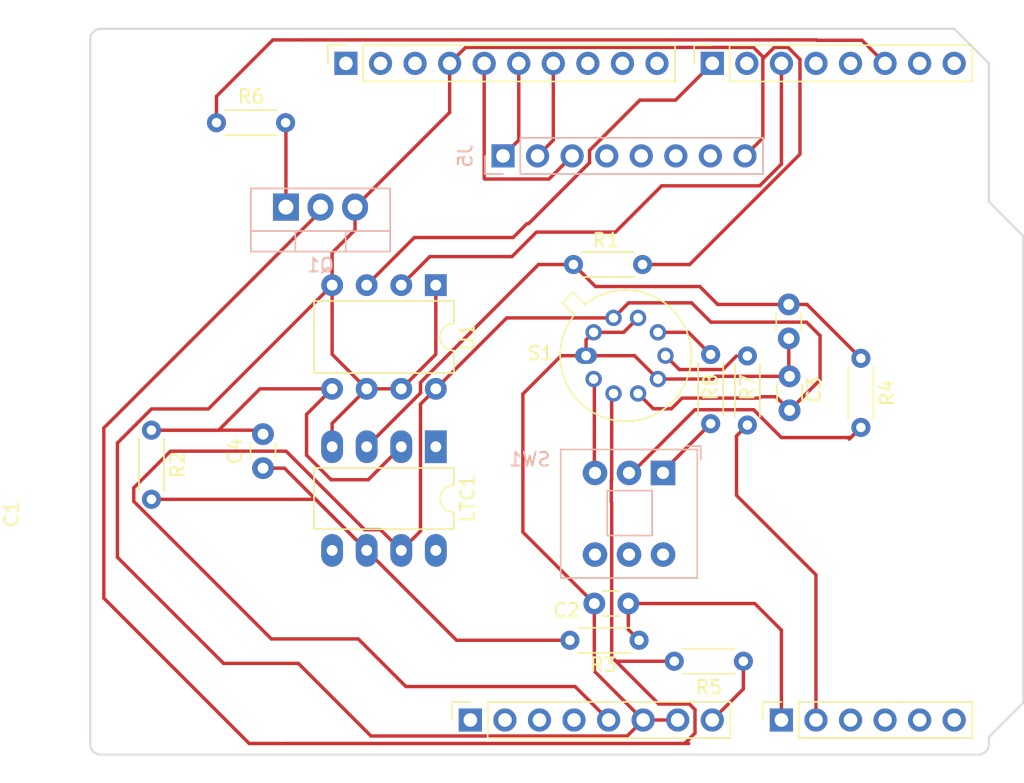
<source format=kicad_pcb>
(kicad_pcb (version 20221018) (generator pcbnew)
  (title_block (date "mar. 31 mars 2015"))
  (layers (0 "F.Cu" signal) (31 "B.Cu" signal) (34 "B.Paste" user) (35 "F.Paste" user) (36 "B.SilkS" user "B.Silkscreen") (37 "F.SilkS" user "F.Silkscreen") (38 "B.Mask" user) (39 "F.Mask" user) (44 "Edge.Cuts" user))
  (net 0 "")
  (net 1 "GND")
  (net 3 "+5V")
  (net 4 "/IOREF")
  (net 5 "ADC")
  (net 6 "/8")
  (net 7 "Net-(LTC1-+input)")
  (net 8 "12V")
  (net 9 "/*10")
  (net 10 "/*9")
  (net 11 "/4")
  (net 12 "rst")
  (net 13 "/*6")
  (net 14 "Net-(LTC1-vOut)")
  (net 15 "/TX{slash}1")
  (net 16 "/*3")
  (net 17 "/RX{slash}0")
  (net 18 "+3V3")
  (net 19 "tx")
  (net 20 "/~{RESET}")
  (net 21 "rx")
  (net 22 "TempSensor")
  (net 23 "gas_choic_ctrl")
  (net 24 "RVar")
  (net 25 "MOSI")
  (net 26 "SCK")
  (net 29 "+3.3V")
  (net 31 "Net-(Q1-G)")
  (net 32 "Net-(SW1-B)")
  (net 33 "+12V")
  (net 34 "GasSensor2")
  (net 35 "GasSensor1")
  (net 43 "Net-(R7-Pad2)")
  (net 44 "Net-(R8-Pad2)")
  (footprint "Connector_PinSocket_2.54mm:PinSocket_1x08_P2.54mm_Vertical" (layer "F.Cu") (at 127.94 97.46 90)
    (fp_text reference "J1" hide)
    (fp_text value "Power")
    (fp_line (start -1.33 1.27) (end -1.33 19.11) (stroke (width 0.12)) (layer "F.SilkS"))
    (fp_line (start -1.33 1.27) (end 1.33 1.27) (stroke (width 0.12)) (layer "F.SilkS"))
    (fp_line (start -1.33 19.11) (end 1.33 19.11) (stroke (width 0.12)) (layer "F.SilkS"))
    (fp_line (start 0 -1.33) (end 1.33 -1.33) (stroke (width 0.12)) (layer "F.SilkS"))
    (fp_line (start 1.33 -1.33) (end 1.33 0) (stroke (width 0.12)) (layer "F.SilkS"))
    (fp_line (start 1.33 1.27) (end 1.33 19.11) (stroke (width 0.12)) (layer "F.SilkS"))
    (pad "1" thru_hole rect (at 0 0 90) (size 1.7 1.7) (drill 1) (layers "*.Cu" "*.Mask"))
    (pad "2" thru_hole oval (at 0 2.54 90) (size 1.7 1.7) (drill 1) (layers "*.Cu" "*.Mask") (net 4 "/IOREF"))
    (pad "3" thru_hole oval (at 0 5.08 90) (size 1.7 1.7) (drill 1) (layers "*.Cu" "*.Mask") (net 20 "/~{RESET}"))
    (pad "4" thru_hole oval (at 0 7.62 90) (size 1.7 1.7) (drill 1) (layers "*.Cu" "*.Mask") (net 18 "+3V3"))
    (pad "5" thru_hole oval (at 0 10.16 90) (size 1.7 1.7) (drill 1) (layers "*.Cu" "*.Mask") (net 3 "+5V"))
    (pad "6" thru_hole oval (at 0 12.7 90) (size 1.7 1.7) (drill 1) (layers "*.Cu" "*.Mask") (net 1 "GND"))
    (pad "7" thru_hole oval (at 0 15.24 90) (size 1.7 1.7) (drill 1) (layers "*.Cu" "*.Mask") (net 1 "GND"))
    (pad "8" thru_hole oval (at 0 17.78 90) (size 1.7 1.7) (drill 1) (layers "*.Cu" "*.Mask") (net 33 "+12V"))
  )
  (footprint "Connector_PinSocket_2.54mm:PinSocket_1x06_P2.54mm_Vertical" (layer "F.Cu") (at 150.8 97.46 90)
    (fp_text reference "J3" hide)
    (fp_text value "Analog")
    (fp_line (start -1.33 1.27) (end -1.33 14.03) (stroke (width 0.12)) (layer "F.SilkS"))
    (fp_line (start -1.33 1.27) (end 1.33 1.27) (stroke (width 0.12)) (layer "F.SilkS"))
    (fp_line (start -1.33 14.03) (end 1.33 14.03) (stroke (width 0.12)) (layer "F.SilkS"))
    (fp_line (start 0 -1.33) (end 1.33 -1.33) (stroke (width 0.12)) (layer "F.SilkS"))
    (fp_line (start 1.33 -1.33) (end 1.33 0) (stroke (width 0.12)) (layer "F.SilkS"))
    (fp_line (start 1.33 1.27) (end 1.33 14.03) (stroke (width 0.12)) (layer "F.SilkS"))
    (pad "1" thru_hole rect (at 0 0 90) (size 1.7 1.7) (drill 1) (layers "*.Cu" "*.Mask") (net 5 "ADC"))
    (pad "2" thru_hole oval (at 0 2.54 90) (size 1.7 1.7) (drill 1) (layers "*.Cu" "*.Mask") (net 22 "TempSensor"))
    (pad "3" thru_hole oval (at 0 5.08 90) (size 1.7 1.7) (drill 1) (layers "*.Cu" "*.Mask"))
    (pad "4" thru_hole oval (at 0 7.62 90) (size 1.7 1.7) (drill 1) (layers "*.Cu" "*.Mask"))
    (pad "5" thru_hole oval (at 0 10.16 90) (size 1.7 1.7) (drill 1) (layers "*.Cu" "*.Mask"))
    (pad "6" thru_hole oval (at 0 12.7 90) (size 1.7 1.7) (drill 1) (layers "*.Cu" "*.Mask"))
  )
  (footprint "Connector_PinSocket_2.54mm:PinSocket_1x10_P2.54mm_Vertical" (layer "F.Cu") (at 118.796 49.2 90)
    (fp_text reference "J2" hide)
    (fp_text value "Digital/PWM")
    (fp_line (start -1.33 1.27) (end -1.33 24.19) (stroke (width 0.12)) (layer "F.SilkS"))
    (fp_line (start -1.33 1.27) (end 1.33 1.27) (stroke (width 0.12)) (layer "F.SilkS"))
    (fp_line (start -1.33 24.19) (end 1.33 24.19) (stroke (width 0.12)) (layer "F.SilkS"))
    (fp_line (start 0 -1.33) (end 1.33 -1.33) (stroke (width 0.12)) (layer "F.SilkS"))
    (fp_line (start 1.33 -1.33) (end 1.33 0) (stroke (width 0.12)) (layer "F.SilkS"))
    (fp_line (start 1.33 1.27) (end 1.33 24.19) (stroke (width 0.12)) (layer "F.SilkS"))
    (pad "1" thru_hole rect (at 0 0 90) (size 1.7 1.7) (drill 1) (layers "*.Cu" "*.Mask"))
    (pad "2" thru_hole oval (at 0 2.54 90) (size 1.7 1.7) (drill 1) (layers "*.Cu" "*.Mask"))
    (pad "3" thru_hole oval (at 0 5.08 90) (size 1.7 1.7) (drill 1) (layers "*.Cu" "*.Mask"))
    (pad "4" thru_hole oval (at 0 7.62 90) (size 1.7 1.7) (drill 1) (layers "*.Cu" "*.Mask") (net 1 "GND"))
    (pad "5" thru_hole oval (at 0 10.16 90) (size 1.7 1.7) (drill 1) (layers "*.Cu" "*.Mask") (net 12 "rst"))
    (pad "6" thru_hole oval (at 0 12.7 90) (size 1.7 1.7) (drill 1) (layers "*.Cu" "*.Mask") (net 19 "tx"))
    (pad "7" thru_hole oval (at 0 15.24 90) (size 1.7 1.7) (drill 1) (layers "*.Cu" "*.Mask") (net 21 "rx"))
    (pad "8" thru_hole oval (at 0 17.78 90) (size 1.7 1.7) (drill 1) (layers "*.Cu" "*.Mask") (net 9 "/*10"))
    (pad "9" thru_hole oval (at 0 20.32 90) (size 1.7 1.7) (drill 1) (layers "*.Cu" "*.Mask") (net 10 "/*9"))
    (pad "10" thru_hole oval (at 0 22.86 90) (size 1.7 1.7) (drill 1) (layers "*.Cu" "*.Mask") (net 6 "/8"))
  )
  (footprint "Connector_PinSocket_2.54mm:PinSocket_1x08_P2.54mm_Vertical" (layer "F.Cu") (at 145.72 49.2 90)
    (fp_text reference "J4" hide)
    (fp_text value "Digital/PWM")
    (fp_line (start -1.33 1.27) (end -1.33 19.11) (stroke (width 0.12)) (layer "F.SilkS"))
    (fp_line (start -1.33 1.27) (end 1.33 1.27) (stroke (width 0.12)) (layer "F.SilkS"))
    (fp_line (start -1.33 19.11) (end 1.33 19.11) (stroke (width 0.12)) (layer "F.SilkS"))
    (fp_line (start 0 -1.33) (end 1.33 -1.33) (stroke (width 0.12)) (layer "F.SilkS"))
    (fp_line (start 1.33 -1.33) (end 1.33 0) (stroke (width 0.12)) (layer "F.SilkS"))
    (fp_line (start 1.33 1.27) (end 1.33 19.11) (stroke (width 0.12)) (layer "F.SilkS"))
    (pad "1" thru_hole rect (at 0 0 90) (size 1.7 1.7) (drill 1) (layers "*.Cu" "*.Mask") (net 25 "MOSI"))
    (pad "2" thru_hole oval (at 0 2.54 90) (size 1.7 1.7) (drill 1) (layers "*.Cu" "*.Mask") (net 13 "/*6"))
    (pad "3" thru_hole oval (at 0 5.08 90) (size 1.7 1.7) (drill 1) (layers "*.Cu" "*.Mask") (net 26 "SCK"))
    (pad "4" thru_hole oval (at 0 7.62 90) (size 1.7 1.7) (drill 1) (layers "*.Cu" "*.Mask") (net 11 "/4"))
    (pad "5" thru_hole oval (at 0 10.16 90) (size 1.7 1.7) (drill 1) (layers "*.Cu" "*.Mask") (net 16 "/*3"))
    (pad "6" thru_hole oval (at 0 12.7 90) (size 1.7 1.7) (drill 1) (layers "*.Cu" "*.Mask") (net 23 "gas_choic_ctrl"))
    (pad "7" thru_hole oval (at 0 15.24 90) (size 1.7 1.7) (drill 1) (layers "*.Cu" "*.Mask") (net 15 "/TX{slash}1"))
    (pad "8" thru_hole oval (at 0 17.78 90) (size 1.7 1.7) (drill 1) (layers "*.Cu" "*.Mask") (net 17 "/RX{slash}0"))
  )
  (footprint "Resistor_THT:R_Axial_DIN0204_L3.6mm_D1.6mm_P5.08mm_Horizontal" (layer "F.Cu") (at 140.59733 63.983667 180)
    (fp_text reference "R1" (at 2.69733 1.783667) (layer "F.SilkS"))
    (fp_text value "100k")
    (fp_line (start 0.62 -0.92) (end 4.46 -0.92) (stroke (width 0.12)) (layer "F.SilkS"))
    (fp_line (start 0.62 0.92) (end 4.46 0.92) (stroke (width 0.12)) (layer "F.SilkS"))
    (pad "1" thru_hole circle (at 0 0 180) (size 1.4 1.4) (drill 0.7) (layers "*.Cu" "*.Mask") (net 1 "GND"))
    (pad "2" thru_hole oval (at 5.08 0 180) (size 1.4 1.4) (drill 0.7) (layers "*.Cu" "*.Mask") (net 7 "Net-(LTC1-+input)"))
  )
  (footprint "Package_DIP:DIP-8_W7.62mm" (layer "F.Cu") (at 125.4 65.5 -90)
    (fp_text reference "U1" (at 3.81 -2.33 90) (layer "F.SilkS"))
    (fp_text value "MCP41100")
    (fp_line (start 1.16 -1.33) (end 1.16 8.95) (stroke (width 0.12)) (layer "F.SilkS"))
    (fp_line (start 1.16 8.95) (end 6.46 8.95) (stroke (width 0.12)) (layer "F.SilkS"))
    (fp_line (start 2.81 -1.33) (end 1.16 -1.33) (stroke (width 0.12)) (layer "F.SilkS"))
    (fp_line (start 6.46 -1.33) (end 4.81 -1.33) (stroke (width 0.12)) (layer "F.SilkS"))
    (fp_line (start 6.46 8.95) (end 6.46 -1.33) (stroke (width 0.12)) (layer "F.SilkS"))
    (fp_arc (start 4.81 -1.33) (mid 3.81 -0.33) (end 2.81 -1.33) (stroke (width 0.12)) (layer "F.SilkS"))
    (pad "1" thru_hole rect (at 0 0 270) (size 1.6 1.6) (drill 0.8) (layers "*.Cu" "*.Mask") (net 1 "GND"))
    (pad "2" thru_hole oval (at 0 2.54 270) (size 1.6 1.6) (drill 0.8) (layers "*.Cu" "*.Mask") (net 26 "SCK"))
    (pad "3" thru_hole oval (at 0 5.08 270) (size 1.6 1.6) (drill 0.8) (layers "*.Cu" "*.Mask") (net 25 "MOSI"))
    (pad "4" thru_hole oval (at 0 7.62 270) (size 1.6 1.6) (drill 0.8) (layers "*.Cu" "*.Mask") (net 1 "GND"))
    (pad "5" thru_hole oval (at 7.62 7.62 270) (size 1.6 1.6) (drill 0.8) (layers "*.Cu" "*.Mask") (net 24 "RVar"))
    (pad "6" thru_hole oval (at 7.62 5.08 270) (size 1.6 1.6) (drill 0.8) (layers "*.Cu" "*.Mask") (net 1 "GND"))
    (pad "7" thru_hole oval (at 7.62 2.54 270) (size 1.6 1.6) (drill 0.8) (layers "*.Cu" "*.Mask") (net 1 "GND"))
    (pad "8" thru_hole oval (at 7.62 0 270) (size 1.6 1.6) (drill 0.8) (layers "*.Cu" "*.Mask") (net 3 "+5V"))
  )
  (footprint "Resistor_THT:R_Axial_DIN0204_L3.6mm_D1.6mm_P5.08mm_Horizontal" (layer "F.Cu") (at 156.64267 70.876333 -90)
    (fp_text reference "R4" (at 2.54 -1.92 90) (layer "F.SilkS"))
    (fp_text value "10k")
    (fp_line (start 0.62 -0.92) (end 4.46 -0.92) (stroke (width 0.12)) (layer "F.SilkS"))
    (fp_line (start 0.62 0.92) (end 4.46 0.92) (stroke (width 0.12)) (layer "F.SilkS"))
    (pad "1" thru_hole circle (at 0 0 270) (size 1.4 1.4) (drill 0.7) (layers "*.Cu" "*.Mask") (net 7 "Net-(LTC1-+input)"))
    (pad "2" thru_hole oval (at 5.08 0 270) (size 1.4 1.4) (drill 0.7) (layers "*.Cu" "*.Mask") (net 32 "Net-(SW1-B)"))
  )
  (footprint "Capacitor_THT:C_Disc_D3.0mm_W1.6mm_P2.50mm" (layer "F.Cu") (at 151.4 74.7 90)
    (fp_text reference "C3" (at 1.5 1.8 90) (layer "F.SilkS"))
    (fp_text value "100n")
    (fp_line (start 0.621 -0.92) (end 1.879 -0.92) (stroke (width 0.12)) (layer "F.SilkS"))
    (fp_line (start 0.621 0.92) (end 1.879 0.92) (stroke (width 0.12)) (layer "F.SilkS"))
    (pad "1" thru_hole circle (at 0 0 90) (size 1.6 1.6) (drill 0.8) (layers "*.Cu" "*.Mask") (net 3 "+5V"))
    (pad "2" thru_hole circle (at 2.5 0 90) (size 1.6 1.6) (drill 0.8) (layers "*.Cu" "*.Mask") (net 1 "GND"))
  )
  (footprint "Resistor_THT:R_Axial_DIN0204_L3.6mm_D1.6mm_P5.08mm_Horizontal" (layer "F.Cu") (at 148.006 93.142 180)
    (fp_text reference "R5" (at 2.54 -1.92) (layer "F.SilkS"))
    (fp_text value "10k")
    (fp_line (start 0.62 -0.92) (end 4.46 -0.92) (stroke (width 0.12)) (layer "F.SilkS"))
    (fp_line (start 0.62 0.92) (end 4.46 0.92) (stroke (width 0.12)) (layer "F.SilkS"))
    (pad "1" thru_hole circle (at 0 0 180) (size 1.4 1.4) (drill 0.7) (layers "*.Cu" "*.Mask") (net 33 "+12V"))
    (pad "2" thru_hole oval (at 5.08 0 180) (size 1.4 1.4) (drill 0.7) (layers "*.Cu" "*.Mask") (net 8 "12V"))
  )
  (footprint "Resistor_THT:R_Axial_DIN0204_L3.6mm_D1.6mm_P5.08mm_Horizontal" (layer "F.Cu") (at 148.3 75.78 90)
    (fp_text reference "R7" (at 2.78 0 90) (layer "F.SilkS"))
    (fp_text value "0")
    (fp_line (start 0.62 -0.92) (end 4.46 -0.92) (stroke (width 0.12)) (layer "F.SilkS"))
    (fp_line (start 0.62 0.92) (end 4.46 0.92) (stroke (width 0.12)) (layer "F.SilkS"))
    (pad "1" thru_hole circle (at 0 0 90) (size 1.4 1.4) (drill 0.7) (layers "*.Cu" "*.Mask") (net 22 "TempSensor"))
    (pad "2" thru_hole oval (at 5.08 0 90) (size 1.4 1.4) (drill 0.7) (layers "*.Cu" "*.Mask") (net 43 "Net-(R7-Pad2)"))
  )
  (footprint "Resistor_THT:R_Axial_DIN0204_L3.6mm_D1.6mm_P5.08mm_Horizontal" (layer "F.Cu") (at 135.26 91.6)
    (fp_text reference "R3" (at 2.44 1.8) (layer "F.SilkS"))
    (fp_text value "1k")
    (fp_line (start 0.62 -0.92) (end 4.46 -0.92) (stroke (width 0.12)) (layer "F.SilkS"))
    (fp_line (start 0.62 0.92) (end 4.46 0.92) (stroke (width 0.12)) (layer "F.SilkS"))
    (pad "1" thru_hole circle (at 0 0) (size 1.4 1.4) (drill 0.7) (layers "*.Cu" "*.Mask") (net 14 "Net-(LTC1-vOut)"))
    (pad "2" thru_hole oval (at 5.08 0) (size 1.4 1.4) (drill 0.7) (layers "*.Cu" "*.Mask") (net 5 "ADC"))
  )
  (footprint "Arduino_MountingHole:MountingHole_3.2mm" (layer "F.Cu") (at 115.24 49.2)
    (fp_text reference "MH1" hide)
    (fp_text value "MountingHole_3.2mm" hide)
    (pad "" np_thru_hole circle (at 0 0) (size 3.2 3.2) (drill 3.2) (layers "*.Cu" "*.Mask"))
  )
  (footprint "Package_DIP:DIP-8_W7.62mm_LongPads" (layer "F.Cu") (at 125.4 77.375 -90)
    (fp_text reference "LTC1" (at 3.81 -2.33 90) (layer "F.SilkS"))
    (fp_text value "~")
    (fp_line (start 1.56 -1.33) (end 1.56 8.95) (stroke (width 0.12)) (layer "F.SilkS"))
    (fp_line (start 1.56 8.95) (end 6.06 8.95) (stroke (width 0.12)) (layer "F.SilkS"))
    (fp_line (start 2.81 -1.33) (end 1.56 -1.33) (stroke (width 0.12)) (layer "F.SilkS"))
    (fp_line (start 6.06 -1.33) (end 4.81 -1.33) (stroke (width 0.12)) (layer "F.SilkS"))
    (fp_line (start 6.06 8.95) (end 6.06 -1.33) (stroke (width 0.12)) (layer "F.SilkS"))
    (fp_arc (start 4.81 -1.33) (mid 3.81 -0.33) (end 2.81 -1.33) (stroke (width 0.12)) (layer "F.SilkS"))
    (pad "1" thru_hole rect (at 0 0 270) (size 2.4 1.6) (drill 0.8) (layers "*.Cu" "*.Mask"))
    (pad "2" thru_hole oval (at 0 2.54 270) (size 2.4 1.6) (drill 0.8) (layers "*.Cu" "*.Mask") (net 24 "RVar"))
    (pad "3" thru_hole oval (at 0 5.08 270) (size 2.4 1.6) (drill 0.8) (layers "*.Cu" "*.Mask") (net 7 "Net-(LTC1-+input)"))
    (pad "4" thru_hole oval (at 0 7.62 270) (size 2.4 1.6) (drill 0.8) (layers "*.Cu" "*.Mask") (net 1 "GND"))
    (pad "5" thru_hole oval (at 7.62 7.62 270) (size 2.4 1.6) (drill 0.8) (layers "*.Cu" "*.Mask"))
    (pad "6" thru_hole oval (at 7.62 5.08 270) (size 2.4 1.6) (drill 0.8) (layers "*.Cu" "*.Mask") (net 14 "Net-(LTC1-vOut)"))
    (pad "7" thru_hole oval (at 7.62 2.54 270) (size 2.4 1.6) (drill 0.8) (layers "*.Cu" "*.Mask") (net 3 "+5V"))
    (pad "8" thru_hole oval (at 7.62 0 270) (size 2.4 1.6) (drill 0.8) (layers "*.Cu" "*.Mask"))
  )
  (footprint "Package_TO_SOT_THT:TO-5-10_Window" (layer "F.Cu") (at 136.44233 70.683667)
    (fp_text reference "S1" (at -3.34233 -0.183667) (layer "F.SilkS"))
    (fp_text value "~")
    (fp_line (start -1.745856 -3.888039) (end -0.854902 -2.997084) (stroke (width 0.12)) (layer "F.SilkS"))
    (fp_line (start -0.968039 -4.665856) (end -1.745856 -3.888039) (stroke (width 0.12)) (layer "F.SilkS"))
    (fp_line (start -0.077084 -3.774902) (end -0.968039 -4.665856) (stroke (width 0.12)) (layer "F.SilkS"))
    (fp_arc (start -0.077084 -3.774902) (mid 6.328125 3.408384) (end -0.854674 -2.997371) (stroke (width 0.12)) (layer "F.SilkS"))
    (pad "1" thru_hole oval (at 0 0) (size 1.6 1.2) (drill 0.7) (layers "*.Cu" "*.Mask") (net 1 "GND"))
    (pad "2" thru_hole oval (at 0.55767 1.716333) (size 1.2 1.2) (drill 0.7) (layers "*.Cu" "*.Mask") (net 34 "GasSensor2"))
    (pad "3" thru_hole oval (at 2.01767 2.777085) (size 1.2 1.2) (drill 0.7) (layers "*.Cu" "*.Mask") (net 8 "12V"))
    (pad "4" thru_hole oval (at 3.82233 2.777085) (size 1.2 1.2) (drill 0.7) (layers "*.Cu" "*.Mask") (net 3 "+5V"))
    (pad "5" thru_hole oval (at 5.28233 1.716333) (size 1.2 1.2) (drill 0.7) (layers "*.Cu" "*.Mask") (net 1 "GND"))
    (pad "6" thru_hole oval (at 5.84 0) (size 1.2 1.2) (drill 0.7) (layers "*.Cu" "*.Mask") (net 43 "Net-(R7-Pad2)"))
    (pad "7" thru_hole oval (at 5.28233 -1.716333) (size 1.2 1.2) (drill 0.7) (layers "*.Cu" "*.Mask") (net 44 "Net-(R8-Pad2)"))
    (pad "8" thru_hole oval (at 3.82233 -2.777085) (size 1.2 1.2) (drill 0.7) (layers "*.Cu" "*.Mask") (net 1 "GND"))
    (pad "9" thru_hole oval (at 2.01767 -2.777085) (size 1.2 1.2) (drill 0.7) (layers "*.Cu" "*.Mask") (net 3 "+5V"))
    (pad "10" thru_hole oval (at 0.55767 -1.716333) (size 1.2 1.2) (drill 0.7) (layers "*.Cu" "*.Mask") (net 1 "GND"))
  )
  (footprint "Resistor_THT:R_Axial_DIN0204_L3.6mm_D1.6mm_P5.08mm_Horizontal" (layer "F.Cu") (at 109.28 53.56)
    (fp_text reference "R6" (at 2.54 -1.92) (layer "F.SilkS"))
    (fp_text value "1k")
    (fp_line (start 0.62 -0.92) (end 4.46 -0.92) (stroke (width 0.12)) (layer "F.SilkS"))
    (fp_line (start 0.62 0.92) (end 4.46 0.92) (stroke (width 0.12)) (layer "F.SilkS"))
    (pad "1" thru_hole circle (at 0 0) (size 1.4 1.4) (drill 0.7) (layers "*.Cu" "*.Mask") (net 23 "gas_choic_ctrl"))
    (pad "2" thru_hole oval (at 5.08 0) (size 1.4 1.4) (drill 0.7) (layers "*.Cu" "*.Mask") (net 31 "Net-(Q1-G)"))
  )
  (footprint "Capacitor_THT:C_Disc_D3.0mm_W1.6mm_P2.50mm" (layer "F.Cu") (at 112.7 78.95 90)
    (fp_text reference "C4" (at 1.25 -2.05 90) (layer "F.SilkS"))
    (fp_text value "1u")
    (fp_line (start 0.621 -0.92) (end 1.879 -0.92) (stroke (width 0.12)) (layer "F.SilkS"))
    (fp_line (start 0.621 0.92) (end 1.879 0.92) (stroke (width 0.12)) (layer "F.SilkS"))
    (pad "1" thru_hole circle (at 0 0 90) (size 1.6 1.6) (drill 0.8) (layers "*.Cu" "*.Mask") (net 14 "Net-(LTC1-vOut)"))
    (pad "2" thru_hole circle (at 2.5 0 90) (size 1.6 1.6) (drill 0.8) (layers "*.Cu" "*.Mask") (net 24 "RVar"))
  )
  (footprint "Capacitor_THT:C_Disc_D3.0mm_W1.6mm_P2.50mm" (layer "F.Cu") (at 151.34267 66.916333 -90)
    (fp_text reference "C1" (at 15.41 57.125 90) (layer "F.SilkS"))
    (fp_text value "100n")
    (fp_line (start 0.621 -0.92) (end 1.879 -0.92) (stroke (width 0.12)) (layer "F.SilkS"))
    (fp_line (start 0.621 0.92) (end 1.879 0.92) (stroke (width 0.12)) (layer "F.SilkS"))
    (pad "1" thru_hole circle (at 0 0 270) (size 1.6 1.6) (drill 0.8) (layers "*.Cu" "*.Mask") (net 7 "Net-(LTC1-+input)"))
    (pad "2" thru_hole circle (at 2.5 0 270) (size 1.6 1.6) (drill 0.8) (layers "*.Cu" "*.Mask") (net 1 "GND"))
  )
  (footprint "Resistor_THT:R_Axial_DIN0204_L3.6mm_D1.6mm_P5.08mm_Horizontal" (layer "F.Cu") (at 104.5 76.16 -90)
    (fp_text reference "R2" (at 2.54 -1.92 90) (layer "F.SilkS"))
    (fp_text value "100k")
    (fp_line (start 0.62 -0.92) (end 4.46 -0.92) (stroke (width 0.12)) (layer "F.SilkS"))
    (fp_line (start 0.62 0.92) (end 4.46 0.92) (stroke (width 0.12)) (layer "F.SilkS"))
    (pad "1" thru_hole circle (at 0 0 270) (size 1.4 1.4) (drill 0.7) (layers "*.Cu" "*.Mask") (net 24 "RVar"))
    (pad "2" thru_hole oval (at 5.08 0 270) (size 1.4 1.4) (drill 0.7) (layers "*.Cu" "*.Mask") (net 14 "Net-(LTC1-vOut)"))
  )
  (footprint "Capacitor_THT:C_Disc_D3.0mm_W1.6mm_P2.50mm" (layer "F.Cu") (at 139.55 88.9 180)
    (fp_text reference "C2" (at 4.55 -0.5) (layer "F.SilkS"))
    (fp_text value "100n")
    (fp_line (start 0.621 -0.92) (end 1.879 -0.92) (stroke (width 0.12)) (layer "F.SilkS"))
    (fp_line (start 0.621 0.92) (end 1.879 0.92) (stroke (width 0.12)) (layer "F.SilkS"))
    (pad "1" thru_hole circle (at 0 0 180) (size 1.6 1.6) (drill 0.8) (layers "*.Cu" "*.Mask") (net 5 "ADC"))
    (pad "2" thru_hole circle (at 2.5 0 180) (size 1.6 1.6) (drill 0.8) (layers "*.Cu" "*.Mask") (net 1 "GND"))
  )
  (footprint "Arduino_MountingHole:MountingHole_3.2mm" (layer "F.Cu") (at 113.97 97.46)
    (fp_text reference "MH2" hide)
    (fp_text value "MountingHole_3.2mm" hide)
    (pad "" np_thru_hole circle (at 0 0) (size 3.2 3.2) (drill 3.2) (layers "*.Cu" "*.Mask"))
  )
  (footprint "Arduino_MountingHole:MountingHole_3.2mm" (layer "F.Cu") (at 166.04 64.44)
    (fp_text reference "MH3" hide)
    (fp_text value "MountingHole_3.2mm" hide)
    (pad "" np_thru_hole circle (at 0 0) (size 3.2 3.2) (drill 3.2) (layers "*.Cu" "*.Mask"))
  )
  (footprint "Resistor_THT:R_Axial_DIN0204_L3.6mm_D1.6mm_P5.08mm_Horizontal" (layer "F.Cu") (at 145.6 75.68 90)
    (fp_text reference "R8" (at 2.68 0 90) (layer "F.SilkS"))
    (fp_text value "0")
    (fp_line (start 0.62 -0.92) (end 4.46 -0.92) (stroke (width 0.12)) (layer "F.SilkS"))
    (fp_line (start 0.62 0.92) (end 4.46 0.92) (stroke (width 0.12)) (layer "F.SilkS"))
    (pad "1" thru_hole circle (at 0 0 90) (size 1.4 1.4) (drill 0.7) (layers "*.Cu" "*.Mask") (net 35 "GasSensor1"))
    (pad "2" thru_hole oval (at 5.08 0 90) (size 1.4 1.4) (drill 0.7) (layers "*.Cu" "*.Mask") (net 44 "Net-(R8-Pad2)"))
  )
  (footprint "Arduino_MountingHole:MountingHole_3.2mm" (layer "F.Cu") (at 166.04 92.38)
    (fp_text reference "MH4" hide)
    (fp_text value "MountingHole_3.2mm" hide)
    (pad "" np_thru_hole circle (at 0 0) (size 3.2 3.2) (drill 3.2) (layers "*.Cu" "*.Mask"))
  )
  (footprint "Connector_PinSocket_2.54mm:PinSocket_1x08_P2.54mm_Vertical" (layer "B.Cu") (at 130.34 56 -90)
    (fp_text reference "J5" (at 0 2.77 -270) (layer "B.SilkS") (effects (justify mirror)))
    (fp_text value "Conn_01x08")
    (fp_line (start -1.33 -19.11) (end 1.33 -19.11) (stroke (width 0.12)) (layer "B.SilkS"))
    (fp_line (start -1.33 -1.27) (end -1.33 -19.11) (stroke (width 0.12)) (layer "B.SilkS"))
    (fp_line (start -1.33 -1.27) (end 1.33 -1.27) (stroke (width 0.12)) (layer "B.SilkS"))
    (fp_line (start 0 1.33) (end 1.33 1.33) (stroke (width 0.12)) (layer "B.SilkS"))
    (fp_line (start 1.33 -1.27) (end 1.33 -19.11) (stroke (width 0.12)) (layer "B.SilkS"))
    (fp_line (start 1.33 1.33) (end 1.33 0) (stroke (width 0.12)) (layer "B.SilkS"))
    (pad "1" thru_hole rect (at 0 0 270) (size 1.7 1.7) (drill 1) (layers "*.Cu" "*.Mask") (net 19 "tx"))
    (pad "2" thru_hole oval (at 0 -2.54 270) (size 1.7 1.7) (drill 1) (layers "*.Cu" "*.Mask") (net 21 "rx"))
    (pad "3" thru_hole oval (at 0 -5.08 270) (size 1.7 1.7) (drill 1) (layers "*.Cu" "*.Mask") (net 12 "rst"))
    (pad "4" thru_hole oval (at 0 -7.62 270) (size 1.7 1.7) (drill 1) (layers "*.Cu" "*.Mask"))
    (pad "5" thru_hole oval (at 0 -10.16 270) (size 1.7 1.7) (drill 1) (layers "*.Cu" "*.Mask"))
    (pad "6" thru_hole oval (at 0 -12.7 270) (size 1.7 1.7) (drill 1) (layers "*.Cu" "*.Mask") (net 29 "+3.3V"))
    (pad "7" thru_hole oval (at 0 -15.24 270) (size 1.7 1.7) (drill 1) (layers "*.Cu" "*.Mask"))
    (pad "8" thru_hole oval (at 0 -17.78 270) (size 1.7 1.7) (drill 1) (layers "*.Cu" "*.Mask") (net 1 "GND"))
  )
  (footprint "Package_TO_SOT_THT:TO-220-3_Vertical" (layer "B.Cu") (at 114.385 59.76)
    (fp_text reference "Q1" (at 2.54 4.27) (layer "B.SilkS") (effects (justify mirror)))
    (fp_text value "Q_NMOS_GSD")
    (fp_line (start -2.58 -1.371) (end 7.66 -1.371) (stroke (width 0.12)) (layer "B.SilkS"))
    (fp_line (start -2.58 1.76) (end 7.66 1.76) (stroke (width 0.12)) (layer "B.SilkS"))
    (fp_line (start -2.58 3.27) (end -2.58 -1.371) (stroke (width 0.12)) (layer "B.SilkS"))
    (fp_line (start -2.58 3.27) (end 7.66 3.27) (stroke (width 0.12)) (layer "B.SilkS"))
    (fp_line (start 0.69 3.27) (end 0.69 1.76) (stroke (width 0.12)) (layer "B.SilkS"))
    (fp_line (start 4.391 3.27) (end 4.391 1.76) (stroke (width 0.12)) (layer "B.SilkS"))
    (fp_line (start 7.66 3.27) (end 7.66 -1.371) (stroke (width 0.12)) (layer "B.SilkS"))
    (pad "1" thru_hole rect (at 0 0) (size 1.905 2) (drill 1.1) (layers "*.Cu" "*.Mask") (net 31 "Net-(Q1-G)"))
    (pad "2" thru_hole oval (at 2.54 0) (size 1.905 2) (drill 1.1) (layers "*.Cu" "*.Mask") (net 8 "12V"))
    (pad "3" thru_hole oval (at 5.08 0) (size 1.905 2) (drill 1.1) (layers "*.Cu" "*.Mask") (net 1 "GND"))
  )
  (footprint "Button_Switch_THT:SW_Push_2P2T_Toggle_CK_PVA2xxH2xxxxxxV2" (layer "B.Cu") (at 142.1 79.3 180)
    (fp_text reference "SW1" (at 9.8 1) (layer "B.SilkS") (effects (justify mirror)))
    (fp_text value "SW_SPDT")
    (fp_line (start -2.77 0.97) (end -2.77 1.97) (stroke (width 0.12)) (layer "B.SilkS"))
    (fp_line (start -2.52 -7.72) (end -2.52 1.72) (stroke (width 0.12)) (layer "B.SilkS"))
    (fp_line (start -1.77 1.97) (end -2.77 1.97) (stroke (width 0.12)) (layer "B.SilkS"))
    (fp_line (start 0.8 -1.3) (end 0.8 -4.6) (stroke (width 0.12)) (layer "B.SilkS"))
    (fp_line (start 4.1 -4.6) (end 0.8 -4.6) (stroke (width 0.12)) (layer "B.SilkS"))
    (fp_line (start 4.1 -1.3) (end 0.8 -1.3) (stroke (width 0.12)) (layer "B.SilkS"))
    (fp_line (start 4.1 -1.3) (end 4.1 -4.6) (stroke (width 0.12)) (layer "B.SilkS"))
    (fp_line (start 7.52 -7.72) (end -2.52 -7.72) (stroke (width 0.12)) (layer "B.SilkS"))
    (fp_line (start 7.52 -7.72) (end 7.52 1.72) (stroke (width 0.12)) (layer "B.SilkS"))
    (fp_line (start 7.52 1.72) (end -2.52 1.72) (stroke (width 0.12)) (layer "B.SilkS"))
    (pad "1" thru_hole rect (at 0 0 180) (size 1.8 1.8) (drill 0.9) (layers "*.Cu" "*.Mask") (net 35 "GasSensor1"))
    (pad "2" thru_hole circle (at 2.5 0 180) (size 1.8 1.8) (drill 0.9) (layers "*.Cu" "*.Mask") (net 32 "Net-(SW1-B)"))
    (pad "3" thru_hole circle (at 5 0 180) (size 1.8 1.8) (drill 0.9) (layers "*.Cu" "*.Mask") (net 34 "GasSensor2"))
    (pad "4" thru_hole circle (at 0 -6 180) (size 1.8 1.8) (drill 0.9) (layers "*.Cu" "*.Mask"))
    (pad "5" thru_hole circle (at 2.5 -6 180) (size 1.8 1.8) (drill 0.9) (layers "*.Cu" "*.Mask"))
    (pad "6" thru_hole circle (at 5 -6 180) (size 1.8 1.8) (drill 0.9) (layers "*.Cu" "*.Mask"))
  )
  (gr_line (start 166.04 59.36) (end 168.58 61.9) (stroke (width 0.15)) (layer "Edge.Cuts"))
  (gr_line (start 100 99.238) (end 100 47.422) (stroke (width 0.15)) (layer "Edge.Cuts"))
  (gr_line (start 168.58 61.9) (end 168.58 96.19) (stroke (width 0.15)) (layer "Edge.Cuts"))
  (gr_line (start 165.278 100) (end 100.762 100) (stroke (width 0.15)) (layer "Edge.Cuts"))
  (gr_line (start 100.762 46.66) (end 163.5 46.66) (stroke (width 0.15)) (layer "Edge.Cuts"))
  (gr_arc (start 100.762 100) (mid 100.223185 99.776815) (end 100 99.238) (stroke (width 0.15)) (layer "Edge.Cuts"))
  (gr_line (start 168.58 96.19) (end 166.04 98.73) (stroke (width 0.15)) (layer "Edge.Cuts"))
  (gr_line (start 163.5 46.66) (end 166.04 49.2) (stroke (width 0.15)) (layer "Edge.Cuts"))
  (gr_arc (start 166.04 99.238) (mid 165.816815 99.776815) (end 165.278 100) (stroke (width 0.15)) (layer "Edge.Cuts"))
  (gr_line (start 166.04 49.2) (end 166.04 59.36) (stroke (width 0.15)) (layer "Edge.Cuts"))
  (gr_line (start 166.04 98.73) (end 166.04 99.238) (stroke (width 0.15)) (layer "Edge.Cuts"))
  (gr_arc (start 100 47.422) (mid 100.223185 46.883185) (end 100.762 46.66) (stroke (width 0.15)) (layer "Edge.Cuts"))
  (segment (start 151.34267 72.14267) (end 151.4 72.2) (width 0.25) (layer "F.Cu") (net 1))
  (segment (start 140.59733 63.983667) (end 144.052729 63.983667) (width 0.25) (layer "F.Cu") (net 1))
  (segment (start 117.78 65.5) (end 117.78 70.58) (width 0.25) (layer "F.Cu") (net 1))
  (segment (start 117.78 77.375) (end 117.78 75.66) (width 0.25) (layer "F.Cu") (net 1))
  (segment (start 145.940997 72.2) (end 151.4 72.2) (width 0.25) (layer "F.Cu") (net 1))
  (segment (start 122.86 73.12) (end 120.32 73.12) (width 0.25) (layer "F.Cu") (net 1))
  (segment (start 108.68 74.6) (end 117.78 65.5) (width 0.25) (layer "F.Cu") (net 1))
  (segment (start 151.083667 72.516333) (end 151.4 72.2) (width 0.25) (layer "F.Cu") (net 1))
  (segment (start 149.435 54.685) (end 148.12 56) (width 0.25) (layer "F.Cu") (net 1))
  (segment (start 117.78 70.58) (end 120.32 73.12) (width 0.25) (layer "F.Cu") (net 1))
  (segment (start 137.05 88.9) (end 131.8 83.65) (width 0.25) (layer "F.Cu") (net 1))
  (segment (start 131.8 73.5) (end 134.616333 70.683667) (width 0.25) (layer "F.Cu") (net 1))
  (segment (start 136.44233 70.683667) (end 136.44233 69.525004) (width 0.25) (layer "F.Cu") (net 1))
  (segment (start 150.275 48.025) (end 149.435 48.865) (width 0.25) (layer "F.Cu") (net 1))
  (segment (start 152.165 48.9) (end 151.29 48.025) (width 0.25) (layer "F.Cu") (net 1))
  (segment (start 125.4 70.58) (end 122.86 73.12) (width 0.25) (layer "F.Cu") (net 1))
  (segment (start 102 85.5) (end 102 77.1) (width 0.25) (layer "F.Cu") (net 1))
  (segment (start 131.8 83.65) (end 131.8 73.5) (width 0.25) (layer "F.Cu") (net 1))
  (segment (start 136.44233 69.525004) (end 137 68.967334) (width 0.25) (layer "F.Cu") (net 1))
  (segment (start 119.465 61.435) (end 117.78 63.12) (width 0.25) (layer "F.Cu") (net 1))
  (segment (start 141.72466 72.4) (end 145.740997 72.4) (width 0.25) (layer "F.Cu") (net 1))
  (segment (start 151.29 48.025) (end 150.275 48.025) (width 0.25) (layer "F.Cu") (net 1))
  (segment (start 139.465 98.635) (end 120.635 98.635) (width 0.25) (layer "F.Cu") (net 1))
  (segment (start 117.78 63.12) (end 117.78 65.5) (width 0.25) (layer "F.Cu") (net 1))
  (segment (start 137.05 88.9) (end 137.05 93.87) (width 0.25) (layer "F.Cu") (net 1))
  (segment (start 140.64 97.46) (end 139.465 98.635) (width 0.25) (layer "F.Cu") (net 1))
  (segment (start 148.746701 48.025) (end 149.435 48.713299) (width 0.25) (layer "F.Cu") (net 1))
  (segment (start 145.740997 72.4) (end 145.940997 72.2) (width 0.25) (layer "F.Cu") (net 1))
  (segment (start 126.416 52.809) (end 119.465 59.76) (width 0.25) (layer "F.Cu") (net 1))
  (segment (start 102 77.1) (end 104.5 74.6) (width 0.25) (layer "F.Cu") (net 1))
  (segment (start 151.34267 69.416333) (end 151.34267 72.14267) (width 0.25) (layer "F.Cu") (net 1))
  (segment (start 144.052729 63.983667) (end 152.165 55.871396) (width 0.25) (layer "F.Cu") (net 1))
  (segment (start 141.72466 72.4) (end 140.008327 70.683667) (width 0.25) (layer "F.Cu") (net 1))
  (segment (start 137.05 93.87) (end 140.64 97.46) (width 0.25) (layer "F.Cu") (net 1))
  (segment (start 139.203908 68.967334) (end 140.26466 67.906582) (width 0.25) (layer "F.Cu") (net 1))
  (segment (start 126.416 49.2) (end 127.591 48.025) (width 0.25) (layer "F.Cu") (net 1))
  (segment (start 109.8 93.3) (end 102 85.5) (width 0.25) (layer "F.Cu") (net 1))
  (segment (start 127.591 48.025) (end 148.746701 48.025) (width 0.25) (layer "F.Cu") (net 1))
  (segment (start 134.616333 70.683667) (end 136.44233 70.683667) (width 0.25) (layer "F.Cu") (net 1))
  (segment (start 115.3 93.3) (end 109.8 93.3) (width 0.25) (layer "F.Cu") (net 1))
  (segment (start 140.008327 70.683667) (end 136.44233 70.683667) (width 0.25) (layer "F.Cu") (net 1))
  (segment (start 149.435 48.865) (end 149.435 54.685) (width 0.25) (layer "F.Cu") (net 1))
  (segment (start 120.635 98.635) (end 115.3 93.3) (width 0.25) (layer "F.Cu") (net 1))
  (segment (start 117.78 75.66) (end 120.32 73.12) (width 0.25) (layer "F.Cu") (net 1))
  (segment (start 152.165 55.871396) (end 152.165 48.9) (width 0.25) (layer "F.Cu") (net 1))
  (segment (start 126.416 49.2) (end 126.416 52.809) (width 0.25) (layer "F.Cu") (net 1))
  (segment (start 137 68.967334) (end 139.203908 68.967334) (width 0.25) (layer "F.Cu") (net 1))
  (segment (start 104.5 74.6) (end 108.68 74.6) (width 0.25) (layer "F.Cu") (net 1))
  (segment (start 119.465 59.76) (end 119.465 61.435) (width 0.25) (layer "F.Cu") (net 1))
  (segment (start 149.435 48.713299) (end 149.435 48.865) (width 0.25) (layer "F.Cu") (net 1))
  (segment (start 125.4 65.5) (end 125.4 70.58) (width 0.25) (layer "F.Cu") (net 1))
  (segment (start 143.18 97.46) (end 140.64 97.46) (width 0.25) (layer "F.Cu") (net 1))
  (segment (start 121.335 83.47) (end 120.17 83.47) (width 0.25) (layer "F.Cu") (net 3))
  (segment (start 130.613418 67.906582) (end 125.4 73.12) (width 0.25) (layer "F.Cu") (net 3))
  (segment (start 135.64 95) (end 138.1 97.46) (width 0.25) (layer "F.Cu") (net 3))
  (segment (start 139.566582 66.8) (end 144.2 66.8) (width 0.25) (layer "F.Cu") (net 3))
  (segment (start 124.275 74.245) (end 125.4 73.12) (width 0.25) (layer "F.Cu") (net 3))
  (segment (start 123.2 95) (end 135.64 95) (width 0.25) (layer "F.Cu") (net 3))
  (segment (start 142.716333 74.583667) (end 143.5 73.8) (width 0.25) (layer "F.Cu") (net 3))
  (segment (start 122.86 84.995) (end 124.275 83.58) (width 0.25) (layer "F.Cu") (net 3))
  (segment (start 114.4 77.7) (end 105.9 77.7) (width 0.25) (layer "F.Cu") (net 3))
  (segment (start 145.616333 68.216333) (end 152.64267 68.216333) (width 0.25) (layer "F.Cu") (net 3))
  (segment (start 152.64267 68.216333) (end 153.64267 69.216333) (width 0.25) (layer "F.Cu") (net 3))
  (segment (start 140.26466 73.460752) (end 141.387575 74.583667) (width 0.25) (layer "F.Cu") (net 3))
  (segment (start 149.2 73.8) (end 149.3 73.7) (width 0.25) (layer "F.Cu") (net 3))
  (segment (start 124.275 83.58) (end 124.275 74.245) (width 0.25) (layer "F.Cu") (net 3))
  (segment (start 138.46 67.906582) (end 139.566582 66.8) (width 0.25) (layer "F.Cu") (net 3))
  (segment (start 105.9 77.7) (end 103.2 80.4) (width 0.25) (layer "F.Cu") (net 3))
  (segment (start 153.64267 72.45733) (end 151.4 74.7) (width 0.25) (layer "F.Cu") (net 3))
  (segment (start 143.5 73.8) (end 149.2 73.8) (width 0.25) (layer "F.Cu") (net 3))
  (segment (start 149.3 73.7) (end 150.4 73.7) (width 0.25) (layer "F.Cu") (net 3))
  (segment (start 122.86 84.995) (end 121.335 83.47) (width 0.25) (layer "F.Cu") (net 3))
  (segment (start 113.310431 91.5) (end 119.7 91.5) (width 0.25) (layer "F.Cu") (net 3))
  (segment (start 141.387575 74.583667) (end 142.716333 74.583667) (width 0.25) (layer "F.Cu") (net 3))
  (segment (start 119.7 91.5) (end 123.2 95) (width 0.25) (layer "F.Cu") (net 3))
  (segment (start 103.2 81.389569) (end 113.310431 91.5) (width 0.25) (layer "F.Cu") (net 3))
  (segment (start 144.2 66.8) (end 145.616333 68.216333) (width 0.25) (layer "F.Cu") (net 3))
  (segment (start 103.2 80.4) (end 103.2 81.389569) (width 0.25) (layer "F.Cu") (net 3))
  (segment (start 150.4 73.7) (end 151.4 74.7) (width 0.25) (layer "F.Cu") (net 3))
  (segment (start 138.46 67.906582) (end 130.613418 67.906582) (width 0.25) (layer "F.Cu") (net 3))
  (segment (start 120.17 83.47) (end 114.4 77.7) (width 0.25) (layer "F.Cu") (net 3))
  (segment (start 153.64267 69.216333) (end 153.64267 72.45733) (width 0.25) (layer "F.Cu") (net 3))
  (segment (start 150.8 90.856) (end 148.844 88.9) (width 0.25) (layer "F.Cu") (net 5))
  (segment (start 139.55 90.81) (end 140.34 91.6) (width 0.25) (layer "F.Cu") (net 5))
  (segment (start 150.8 97.46) (end 150.8 90.856) (width 0.25) (layer "F.Cu") (net 5))
  (segment (start 148.844 88.9) (end 139.55 88.9) (width 0.25) (layer "F.Cu") (net 5))
  (segment (start 139.55 88.9) (end 139.55 90.81) (width 0.25) (layer "F.Cu") (net 5))
  (segment (start 124.275 72.654009) (end 132.945342 63.983667) (width 0.25) (layer "F.Cu") (net 7))
  (segment (start 146.116333 66.916333) (end 151.34267 66.916333) (width 0.25) (layer "F.Cu") (net 7))
  (segment (start 132.945342 63.983667) (end 135.51733 63.983667) (width 0.25) (layer "F.Cu") (net 7))
  (segment (start 135.51733 63.983667) (end 137.133663 65.6) (width 0.25) (layer "F.Cu") (net 7))
  (segment (start 144.8 65.6) (end 146.116333 66.916333) (width 0.25) (layer "F.Cu") (net 7))
  (segment (start 137.133663 65.6) (end 144.8 65.6) (width 0.25) (layer "F.Cu") (net 7))
  (segment (start 152.68267 66.916333) (end 156.64267 70.876333) (width 0.25) (layer "F.Cu") (net 7))
  (segment (start 124.275 73.42) (end 124.275 72.654009) (width 0.25) (layer "F.Cu") (net 7))
  (segment (start 151.34267 66.916333) (end 152.68267 66.916333) (width 0.25) (layer "F.Cu") (net 7))
  (segment (start 120.32 77.375) (end 124.275 73.42) (width 0.25) (layer "F.Cu") (net 7))
  (segment (start 116.925 60.075) (end 116.925 59.76) (width 0.25) (layer "F.Cu") (net 8))
  (segment (start 138.325 73.595752) (end 138.325 79.807412) (width 0.25) (layer "F.Cu") (net 8))
  (segment (start 143.995 99.185) (end 143.688 99.185) (width 0.25) (layer "F.Cu") (net 8))
  (segment (start 144.037 96.285) (end 144.45 96.698) (width 0.25) (layer "F.Cu") (net 8))
  (segment (start 111.685 99.185) (end 101 88.5) (width 0.25) (layer "F.Cu") (net 8))
  (segment (start 138.32733 92.82733) (end 141.785 96.285) (width 0.25) (layer "F.Cu") (net 8))
  (segment (start 138.3 79.832412) (end 138.3 81.44534) (width 0.25) (layer "F.Cu") (net 8))
  (segment (start 138.325 79.807412) (end 138.3 79.832412) (width 0.25) (layer "F.Cu") (net 8))
  (segment (start 138.32733 81.47267) (end 138.32733 92.82733) (width 0.25) (layer "F.Cu") (net 8))
  (segment (start 138.46 73.460752) (end 138.325 73.595752) (width 0.25) (layer "F.Cu") (net 8))
  (segment (start 138.3 81.44534) (end 138.32733 81.47267) (width 0.25) (layer "F.Cu") (net 8))
  (segment (start 101 88.5) (end 101 76) (width 0.25) (layer "F.Cu") (net 8))
  (segment (start 142.926 93.142) (end 138.642 93.142) (width 0.25) (layer "F.Cu") (net 8))
  (segment (start 144.45 98.423) (end 143.688 99.185) (width 0.25) (layer "F.Cu") (net 8))
  (segment (start 143.688 99.185) (end 111.685 99.185) (width 0.25) (layer "F.Cu") (net 8))
  (segment (start 138.642 93.142) (end 138.32733 92.82733) (width 0.25) (layer "F.Cu") (net 8))
  (segment (start 101 76) (end 116.925 60.075) (width 0.25) (layer "F.Cu") (net 8))
  (segment (start 144.45 96.698) (end 144.45 98.423) (width 0.25) (layer "F.Cu") (net 8))
  (segment (start 141.785 96.285) (end 144.037 96.285) (width 0.25) (layer "F.Cu") (net 8))
  (segment (start 133.72 57.7) (end 129 57.7) (width 0.25) (layer "F.Cu") (net 12))
  (segment (start 128.956 57.656) (end 128.956 49.2) (width 0.25) (layer "F.Cu") (net 12))
  (segment (start 135.42 56) (end 133.72 57.7) (width 0.25) (layer "F.Cu") (net 12))
  (segment (start 129 57.7) (end 128.956 57.656) (width 0.25) (layer "F.Cu") (net 12))
  (segment (start 104.5 81.24) (end 116.565 81.24) (width 0.25) (layer "F.Cu") (net 14))
  (segment (start 116.565 81.24) (end 120.32 84.995) (width 0.25) (layer "F.Cu") (net 14))
  (segment (start 126.925 91.6) (end 120.32 84.995) (width 0.25) (layer "F.Cu") (net 14))
  (segment (start 112.7 78.95) (end 114.275 78.95) (width 0.25) (layer "F.Cu") (net 14))
  (segment (start 114.275 78.95) (end 120.32 84.995) (width 0.25) (layer "F.Cu") (net 14))
  (segment (start 135.26 91.6) (end 126.925 91.6) (width 0.25) (layer "F.Cu") (net 14))
  (segment (start 131.496 54.844) (end 130.34 56) (width 0.25) (layer "F.Cu") (net 19))
  (segment (start 131.496 49.2) (end 131.496 54.844) (width 0.25) (layer "F.Cu") (net 19))
  (segment (start 134.036 54.844) (end 132.88 56) (width 0.25) (layer "F.Cu") (net 21))
  (segment (start 134.036 49.2) (end 134.036 54.844) (width 0.25) (layer "F.Cu") (net 21))
  (segment (start 153.34 86.792) (end 153.34 97.46) (width 0.25) (layer "F.Cu") (net 22))
  (segment (start 147.5 76.58) (end 147.5 80.952) (width 0.25) (layer "F.Cu") (net 22))
  (segment (start 148.3 75.78) (end 147.5 76.58) (width 0.25) (layer "F.Cu") (net 22))
  (segment (start 147.5 80.952) (end 153.34 86.792) (width 0.25) (layer "F.Cu") (net 22))
  (segment (start 153.375 47.475) (end 113.425 47.475) (width 0.25) (layer "F.Cu") (net 23))
  (segment (start 153.4 47.5) (end 153.375 47.475) (width 0.25) (layer "F.Cu") (net 23))
  (segment (start 109.28 51.62) (end 109.28 53.56) (width 0.25) (layer "F.Cu") (net 23))
  (segment (start 113.425 47.475) (end 109.28 51.62) (width 0.25) (layer "F.Cu") (net 23))
  (segment (start 158.42 49.2) (end 156.72 47.5) (width 0.25) (layer "F.Cu") (net 23))
  (segment (start 156.72 47.5) (end 153.4 47.5) (width 0.25) (layer "F.Cu") (net 23))
  (segment (start 109.44 76.16) (end 104.5 76.16) (width 0.25) (layer "F.Cu") (net 24))
  (segment (start 117.78 73.12) (end 112.48 73.12) (width 0.25) (layer "F.Cu") (net 24))
  (segment (start 117.78 73.12) (end 115.9 75) (width 0.25) (layer "F.Cu") (net 24))
  (segment (start 115.9 78) (end 117.7 79.8) (width 0.25) (layer "F.Cu") (net 24))
  (segment (start 117.7 79.8) (end 120.435 79.8) (width 0.25) (layer "F.Cu") (net 24))
  (segment (start 112.41 76.16) (end 112.7 76.45) (width 0.25) (layer "F.Cu") (net 24))
  (segment (start 112.48 73.12) (end 109.44 76.16) (width 0.25) (layer "F.Cu") (net 24))
  (segment (start 120.435 79.8) (end 122.86 77.375) (width 0.25) (layer "F.Cu") (net 24))
  (segment (start 104.5 76.16) (end 112.41 76.16) (width 0.25) (layer "F.Cu") (net 24))
  (segment (start 115.9 75) (end 115.9 78) (width 0.25) (layer "F.Cu") (net 24))
  (segment (start 123.82 62) (end 131.081701 62) (width 0.25) (layer "F.Cu") (net 25))
  (segment (start 143.02 51.9) (end 145.72 49.2) (width 0.25) (layer "F.Cu") (net 25))
  (segment (start 136.7 56.5) (end 136.7 55.598299) (width 0.25) (layer "F.Cu") (net 25))
  (segment (start 132.1 60.981701) (end 132.218299 60.981701) (width 0.25) (layer "F.Cu") (net 25))
  (segment (start 140.398299 51.9) (end 143.02 51.9) (width 0.25) (layer "F.Cu") (net 25))
  (segment (start 136.7 55.598299) (end 140.398299 51.9) (width 0.25) (layer "F.Cu") (net 25))
  (segment (start 131.081701 62) (end 132.1 60.981701) (width 0.25) (layer "F.Cu") (net 25))
  (segment (start 132.218299 60.981701) (end 136.7 56.5) (width 0.25) (layer "F.Cu") (net 25))
  (segment (start 120.32 65.5) (end 123.82 62) (width 0.25) (layer "F.Cu") (net 25))
  (segment (start 150.8 49.2) (end 150.8 56.6) (width 0.25) (layer "F.Cu") (net 26))
  (segment (start 142 58.2) (end 138.6 61.6) (width 0.25) (layer "F.Cu") (net 26))
  (segment (start 138.6 61.6) (end 132.8 61.6) (width 0.25) (layer "F.Cu") (net 26))
  (segment (start 132.8 61.6) (end 131 63.4) (width 0.25) (layer "F.Cu") (net 26))
  (segment (start 149.2 58.2) (end 142 58.2) (width 0.25) (layer "F.Cu") (net 26))
  (segment (start 124.96 63.4) (end 122.86 65.5) (width 0.25) (layer "F.Cu") (net 26))
  (segment (start 131 63.4) (end 124.96 63.4) (width 0.25) (layer "F.Cu") (net 26))
  (segment (start 150.8 56.6) (end 149.2 58.2) (width 0.25) (layer "F.Cu") (net 26))
  (segment (start 114.385 59.76) (end 114.385 53.585) (width 0.25) (layer "F.Cu") (net 31))
  (segment (start 114.385 53.585) (end 114.36 53.56) (width 0.25) (layer "F.Cu") (net 31))
  (segment (start 139.55233 79.183667) (end 139.916333 79.183667) (width 0.25) (layer "F.Cu") (net 32))
  (segment (start 150.8 76.7) (end 155.899003 76.7) (width 0.25) (layer "F.Cu") (net 32))
  (segment (start 139.916333 79.183667) (end 144.445 74.655) (width 0.25) (layer "F.Cu") (net 32))
  (segment (start 155.899003 76.7) (end 156.64267 75.956333) (width 0.25) (layer "F.Cu") (net 32))
  (segment (start 148.755 74.655) (end 150.8 76.7) (width 0.25) (layer "F.Cu") (net 32))
  (segment (start 155.78267 76.816333) (end 156.64267 75.956333) (width 0.25) (layer "F.Cu") (net 32))
  (segment (start 144.445 74.655) (end 148.755 74.655) (width 0.25) (layer "F.Cu") (net 32))
  (segment (start 148.006 95.174) (end 148.006 93.142) (width 0.25) (layer "F.Cu") (net 33))
  (segment (start 145.72 97.46) (end 148.006 95.174) (width 0.25) (layer "F.Cu") (net 33))
  (segment (start 137.05233 72.45233) (end 137 72.4) (width 0.25) (layer "F.Cu") (net 34))
  (segment (start 137.05233 79.183667) (end 137.05233 72.45233) (width 0.25) (layer "F.Cu") (net 34))
  (segment (start 145.6 75.68) (end 142.096333 79.183667) (width 0.25) (layer "F.Cu") (net 35))
  (segment (start 142.096333 79.183667) (end 142.05233 79.183667) (width 0.25) (layer "F.Cu") (net 35))
  (segment (start 143.298663 71.7) (end 146.5 71.7) (width 0.25) (layer "F.Cu") (net 43))
  (segment (start 142.28233 70.683667) (end 143.298663 71.7) (width 0.25) (layer "F.Cu") (net 43))
  (segment (start 146.5 71.7) (end 147.5 70.7) (width 0.25) (layer "F.Cu") (net 43))
  (segment (start 141.72466 68.967334) (end 143.967334 68.967334) (width 0.25) (layer "F.Cu") (net 44))
  (segment (start 143.967334 68.967334) (end 145.6 70.6) (width 0.25) (layer "F.Cu") (net 44))
)
</source>
